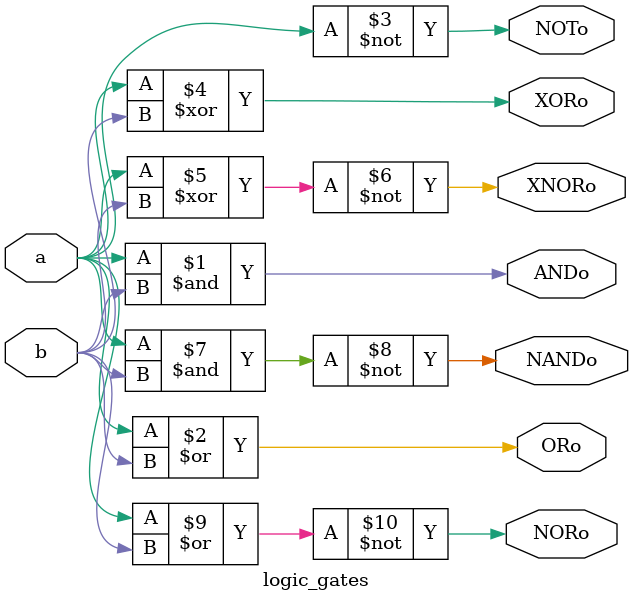
<source format=v>
module logic_gates(input a,b,
output ANDo,ORo,NOTo,XORo,XNORo,NANDo,NORo);
assign ANDo=a&b;
assign ORo=a|b;
assign NOTo=~a;
assign XORo=a^b;
assign XNORo=~(a^b);
assign NANDo=~(a&b);
assign NORo=~(a|b);
endmodule
</source>
